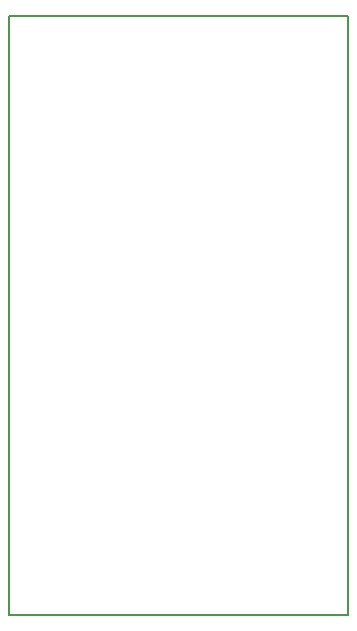
<source format=gbr>
G04 #@! TF.GenerationSoftware,KiCad,Pcbnew,(5.0.1)-4*
G04 #@! TF.CreationDate,2019-08-10T21:26:32+02:00*
G04 #@! TF.ProjectId,7segment_mini_module,377365676D656E745F6D696E695F6D6F,rev?*
G04 #@! TF.SameCoordinates,Original*
G04 #@! TF.FileFunction,Profile,NP*
%FSLAX46Y46*%
G04 Gerber Fmt 4.6, Leading zero omitted, Abs format (unit mm)*
G04 Created by KiCad (PCBNEW (5.0.1)-4) date 10-08-2019 21:26:32*
%MOMM*%
%LPD*%
G01*
G04 APERTURE LIST*
%ADD10C,0.150000*%
G04 APERTURE END LIST*
D10*
X77000000Y-68500000D02*
X77000000Y-119250000D01*
X105650000Y-68500000D02*
X77000000Y-68500000D01*
X105650000Y-119250000D02*
X105650000Y-68500000D01*
X77000000Y-119250000D02*
X105650000Y-119250000D01*
M02*

</source>
